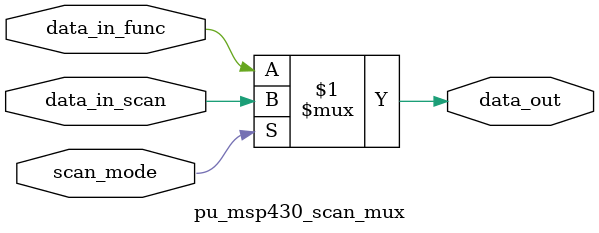
<source format=sv>

/* Copyright (c) 2015-2016 by the author(s)
 *
 * Redistribution and use in source and binary forms, with or without
 * modification, are permitted provided that the following conditions
 * are met:
 *     * Redistributions of source code must retain the above copyright
 *       notice, this list of conditions and the following disclaimer.
 *     * Redistributions in binary form must reproduce the above copyright
 *       notice, this list of conditions and the following disclaimer in the
 *       documentation and/or other materials provided with the distribution.
 *     * Neither the name of the authors nor the names of its contributors
 *       may be used to endorse or promote products derived from this software
 *       without specific prior written permission.
 *
 * THIS SOFTWARE IS PROVIDED BY THE COPYRIGHT HOLDERS AND CONTRIBUTORS "AS IS"
 * AND ANY EXPRESS OR IMPLIED WARRANTIES, INCLUDING, BUT NOT LIMITED TO, THE
 * IMPLIED WARRANTIES OF MERCHANTABILITY AND FITNESS FOR A PARTICULAR PURPOSE
 * ARE DISCLAIMED. IN NO EVENT SHALL THE COPYRIGHT HOLDER OR CONTRIBUTORS BE
 * LIABLE FOR ANY DIRECT, INDIRECT, INCIDENTAL, SPECIAL, EXEMPLARY,
 * OR CONSEQUENTIAL DAMAGES (INCLUDING, BUT NOT LIMITED TO, PROCUREMENT OF
 * SUBSTITUTE GOODS OR SERVICES; LOSS OF USE, DATA, OR PROFITS; OR BUSINESS
 * INTERRUPTION) HOWEVER CAUSED AND ON ANY THEORY OF LIABILITY, WHETHER IN
 * CONTRACT, STRICT LIABILITY, OR TORT (INCLUDING NEGLIGENCE OR OTHERWISE)
 * ARISING IN ANY WAY OUT OF THE USE OF THIS SOFTWARE, EVEN IF ADVISED OF
 * THE POSSIBILITY OF SUCH DAMAGE
 *
 * =============================================================================
 * Author(s):
 *   Olivier Girard <olgirard@gmail.com>
 *   Paco Reina Campo <pacoreinacampo@queenfield.tech>
 */

module pu_msp430_scan_mux (
  // OUTPUTs
  output data_out,  // Scan mux data output

  // INPUTs
  input data_in_scan,  // Selected data input for scan mode
  input data_in_func,  // Selected data input for functional mode
  input scan_mode      // Scan mode
);

  //////////////////////////////////////////////////////////////////////////////
  // 1)  SCAN MUX
  //////////////////////////////////////////////////////////////////////////////

  assign data_out = scan_mode ? data_in_scan : data_in_func;
endmodule  // pu_msp430_scan_mux

</source>
